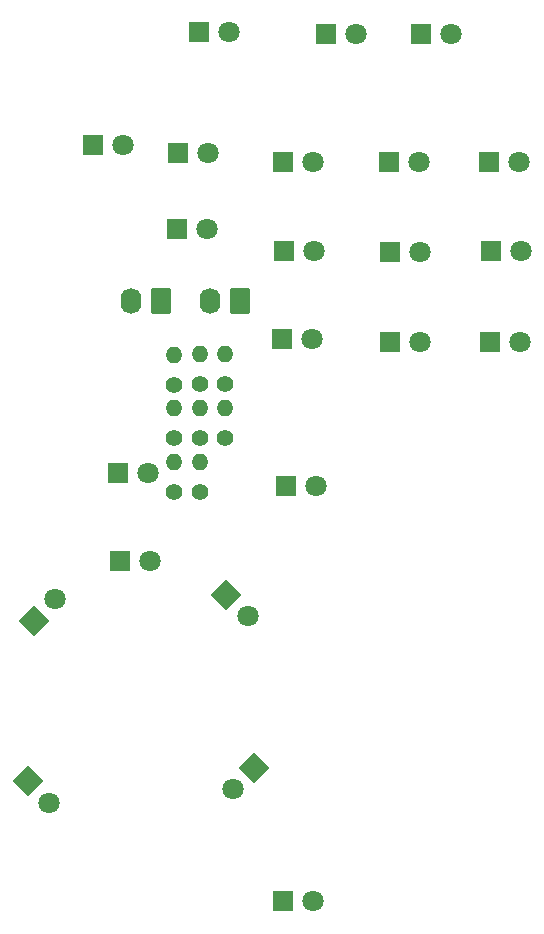
<source format=gbr>
%TF.GenerationSoftware,KiCad,Pcbnew,(6.0.7-1)-1*%
%TF.CreationDate,2023-10-30T16:26:36+10:00*%
%TF.ProjectId,Landing Gear Panel PCB V2,4c616e64-696e-4672-9047-656172205061,rev?*%
%TF.SameCoordinates,Original*%
%TF.FileFunction,Soldermask,Bot*%
%TF.FilePolarity,Negative*%
%FSLAX46Y46*%
G04 Gerber Fmt 4.6, Leading zero omitted, Abs format (unit mm)*
G04 Created by KiCad (PCBNEW (6.0.7-1)-1) date 2023-10-30 16:26:36*
%MOMM*%
%LPD*%
G01*
G04 APERTURE LIST*
G04 Aperture macros list*
%AMRoundRect*
0 Rectangle with rounded corners*
0 $1 Rounding radius*
0 $2 $3 $4 $5 $6 $7 $8 $9 X,Y pos of 4 corners*
0 Add a 4 corners polygon primitive as box body*
4,1,4,$2,$3,$4,$5,$6,$7,$8,$9,$2,$3,0*
0 Add four circle primitives for the rounded corners*
1,1,$1+$1,$2,$3*
1,1,$1+$1,$4,$5*
1,1,$1+$1,$6,$7*
1,1,$1+$1,$8,$9*
0 Add four rect primitives between the rounded corners*
20,1,$1+$1,$2,$3,$4,$5,0*
20,1,$1+$1,$4,$5,$6,$7,0*
20,1,$1+$1,$6,$7,$8,$9,0*
20,1,$1+$1,$8,$9,$2,$3,0*%
%AMRotRect*
0 Rectangle, with rotation*
0 The origin of the aperture is its center*
0 $1 length*
0 $2 width*
0 $3 Rotation angle, in degrees counterclockwise*
0 Add horizontal line*
21,1,$1,$2,0,0,$3*%
G04 Aperture macros list end*
%ADD10R,1.800000X1.800000*%
%ADD11C,1.800000*%
%ADD12RotRect,1.800000X1.800000X45.000000*%
%ADD13RotRect,1.800000X1.800000X315.000000*%
%ADD14RotRect,1.800000X1.800000X225.000000*%
%ADD15C,1.400000*%
%ADD16O,1.400000X1.400000*%
%ADD17RoundRect,0.250000X0.620000X0.845000X-0.620000X0.845000X-0.620000X-0.845000X0.620000X-0.845000X0*%
%ADD18O,1.740000X2.190000*%
G04 APERTURE END LIST*
D10*
%TO.C,D1*%
X84225000Y-42850000D03*
D11*
X86765000Y-42850000D03*
%TD*%
D10*
%TO.C,D2*%
X94975000Y-42950000D03*
D11*
X97515000Y-42950000D03*
%TD*%
D10*
%TO.C,D3*%
X102975000Y-43000000D03*
D11*
X105515000Y-43000000D03*
%TD*%
D10*
%TO.C,D4*%
X75222200Y-52376800D03*
D11*
X77762200Y-52376800D03*
%TD*%
D10*
%TO.C,D5*%
X82385000Y-53088000D03*
D11*
X84925000Y-53088000D03*
%TD*%
D10*
%TO.C,D6*%
X91275000Y-53850000D03*
D11*
X93815000Y-53850000D03*
%TD*%
D10*
%TO.C,D7*%
X100267000Y-53850000D03*
D11*
X102807000Y-53850000D03*
%TD*%
D10*
%TO.C,D8*%
X108739000Y-53824800D03*
D11*
X111279000Y-53824800D03*
%TD*%
D10*
%TO.C,D9*%
X82283400Y-59488800D03*
D11*
X84823400Y-59488800D03*
%TD*%
D10*
%TO.C,D10*%
X91415800Y-61394000D03*
D11*
X93955800Y-61394000D03*
%TD*%
D10*
%TO.C,D11*%
X100368000Y-61470000D03*
D11*
X102908000Y-61470000D03*
%TD*%
D10*
%TO.C,D12*%
X108891000Y-61394000D03*
D11*
X111431000Y-61394000D03*
%TD*%
D10*
%TO.C,D13*%
X91225000Y-68850000D03*
D11*
X93765000Y-68850000D03*
%TD*%
D10*
%TO.C,D14*%
X100368000Y-69090000D03*
D11*
X102908000Y-69090000D03*
%TD*%
D10*
%TO.C,D15*%
X108852000Y-69039200D03*
D11*
X111392000Y-69039200D03*
%TD*%
D10*
%TO.C,D16*%
X77330600Y-80166000D03*
D11*
X79870600Y-80166000D03*
%TD*%
D10*
%TO.C,D17*%
X91580600Y-81266000D03*
D11*
X94120600Y-81266000D03*
%TD*%
D10*
%TO.C,D18*%
X77480600Y-87621200D03*
D11*
X80020600Y-87621200D03*
%TD*%
D12*
%TO.C,D19*%
X70198400Y-92651600D03*
D11*
X71994451Y-90855549D03*
%TD*%
D13*
%TO.C,D20*%
X86498400Y-90448400D03*
D11*
X88294451Y-92244451D03*
%TD*%
D13*
%TO.C,D21*%
X69708200Y-106265000D03*
D11*
X71504251Y-108061051D03*
%TD*%
D14*
%TO.C,D22*%
X88850000Y-105150000D03*
D11*
X87053949Y-106946051D03*
%TD*%
D10*
%TO.C,D23*%
X91275000Y-116400000D03*
D11*
X93815000Y-116400000D03*
%TD*%
D15*
%TO.C,R1*%
X86400000Y-77220000D03*
D16*
X86400000Y-74680000D03*
%TD*%
D15*
%TO.C,R5*%
X82100000Y-81770000D03*
D16*
X82100000Y-79230000D03*
%TD*%
D15*
%TO.C,R3*%
X82100000Y-72670000D03*
D16*
X82100000Y-70130000D03*
%TD*%
D15*
%TO.C,R8*%
X86400000Y-72660000D03*
D16*
X86400000Y-70120000D03*
%TD*%
D15*
%TO.C,R7*%
X84250000Y-81770000D03*
D16*
X84250000Y-79230000D03*
%TD*%
D15*
%TO.C,R2*%
X82100000Y-77220000D03*
D16*
X82100000Y-74680000D03*
%TD*%
D15*
%TO.C,R4*%
X84250000Y-72660000D03*
D16*
X84250000Y-70120000D03*
%TD*%
D17*
%TO.C,J3*%
X87630000Y-65552000D03*
D18*
X85090000Y-65552000D03*
%TD*%
D15*
%TO.C,R6*%
X84250000Y-77220000D03*
D16*
X84250000Y-74680000D03*
%TD*%
D17*
%TO.C,J4*%
X80950000Y-65552000D03*
D18*
X78410000Y-65552000D03*
%TD*%
M02*

</source>
